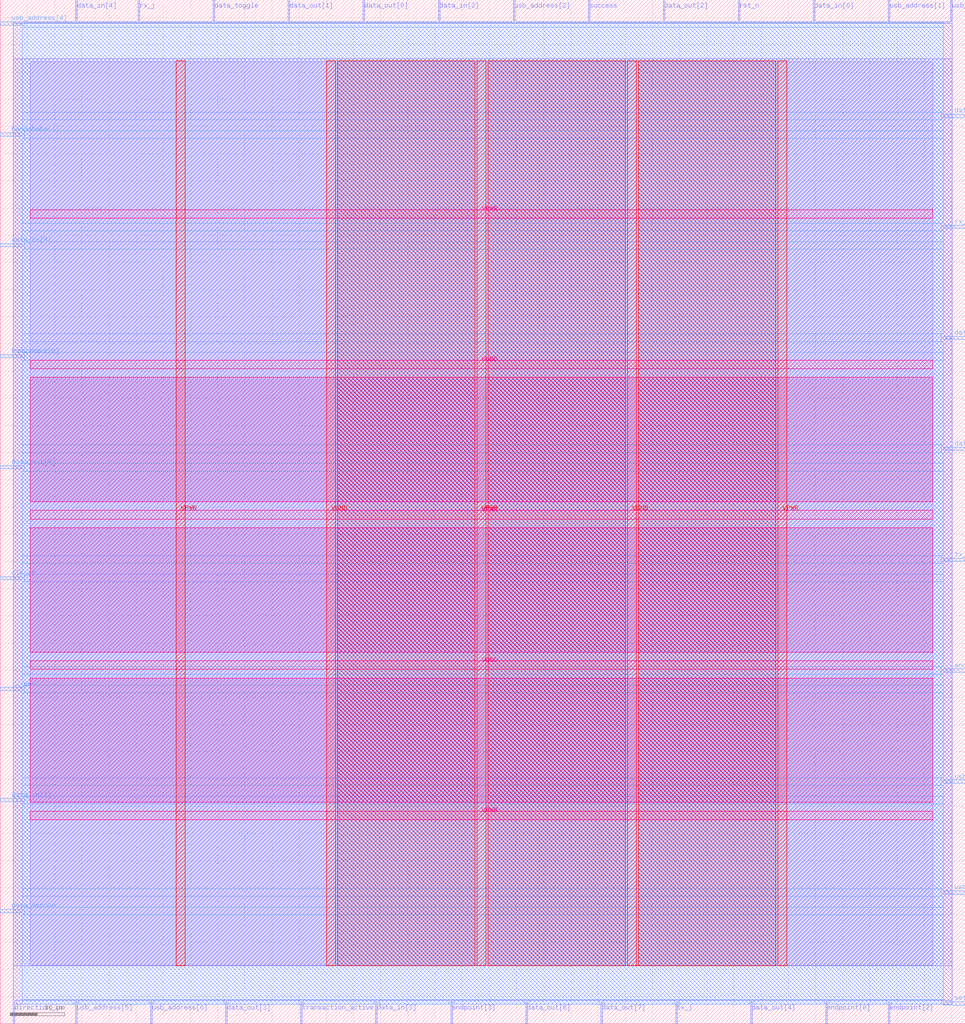
<source format=lef>
VERSION 5.7 ;
  NOWIREEXTENSIONATPIN ON ;
  DIVIDERCHAR "/" ;
  BUSBITCHARS "[]" ;
MACRO usb
  CLASS BLOCK ;
  FOREIGN usb ;
  ORIGIN 0.000 0.000 ;
  SIZE 177.545 BY 188.265 ;
  PIN clk_48
    DIRECTION INPUT ;
    USE SIGNAL ;
    PORT
      LAYER met3 ;
        RECT 0.000 81.640 4.000 82.240 ;
    END
  END clk_48
  PIN data_in[0]
    DIRECTION INPUT ;
    USE SIGNAL ;
    PORT
      LAYER met2 ;
        RECT 149.590 184.265 149.870 188.265 ;
    END
  END data_in[0]
  PIN data_in[1]
    DIRECTION INPUT ;
    USE SIGNAL ;
    PORT
      LAYER met3 ;
        RECT 0.000 40.840 4.000 41.440 ;
    END
  END data_in[1]
  PIN data_in[2]
    DIRECTION INPUT ;
    USE SIGNAL ;
    PORT
      LAYER met2 ;
        RECT 80.590 184.265 80.870 188.265 ;
    END
  END data_in[2]
  PIN data_in[3]
    DIRECTION INPUT ;
    USE SIGNAL ;
    PORT
      LAYER met2 ;
        RECT 69.090 0.000 69.370 4.000 ;
    END
  END data_in[3]
  PIN data_in[4]
    DIRECTION INPUT ;
    USE SIGNAL ;
    PORT
      LAYER met2 ;
        RECT 13.890 184.265 14.170 188.265 ;
    END
  END data_in[4]
  PIN data_in[5]
    DIRECTION INPUT ;
    USE SIGNAL ;
    PORT
      LAYER met3 ;
        RECT 173.545 166.640 177.545 167.240 ;
    END
  END data_in[5]
  PIN data_in[6]
    DIRECTION INPUT ;
    USE SIGNAL ;
    PORT
      LAYER met3 ;
        RECT 0.000 142.840 4.000 143.440 ;
    END
  END data_in[6]
  PIN data_in[7]
    DIRECTION INPUT ;
    USE SIGNAL ;
    PORT
      LAYER met3 ;
        RECT 173.545 105.440 177.545 106.040 ;
    END
  END data_in[7]
  PIN data_in_valid
    DIRECTION INPUT ;
    USE SIGNAL ;
    PORT
      LAYER met3 ;
        RECT 173.545 125.840 177.545 126.440 ;
    END
  END data_in_valid
  PIN data_out[0]
    DIRECTION OUTPUT TRISTATE ;
    USE SIGNAL ;
    PORT
      LAYER met2 ;
        RECT 66.790 184.265 67.070 188.265 ;
    END
  END data_out[0]
  PIN data_out[1]
    DIRECTION OUTPUT TRISTATE ;
    USE SIGNAL ;
    PORT
      LAYER met2 ;
        RECT 52.990 184.265 53.270 188.265 ;
    END
  END data_out[1]
  PIN data_out[2]
    DIRECTION OUTPUT TRISTATE ;
    USE SIGNAL ;
    PORT
      LAYER met2 ;
        RECT 121.990 184.265 122.270 188.265 ;
    END
  END data_out[2]
  PIN data_out[3]
    DIRECTION OUTPUT TRISTATE ;
    USE SIGNAL ;
    PORT
      LAYER met2 ;
        RECT 41.490 0.000 41.770 4.000 ;
    END
  END data_out[3]
  PIN data_out[4]
    DIRECTION OUTPUT TRISTATE ;
    USE SIGNAL ;
    PORT
      LAYER met2 ;
        RECT 138.090 0.000 138.370 4.000 ;
    END
  END data_out[4]
  PIN data_out[5]
    DIRECTION OUTPUT TRISTATE ;
    USE SIGNAL ;
    PORT
      LAYER met3 ;
        RECT 0.000 102.040 4.000 102.640 ;
    END
  END data_out[5]
  PIN data_out[6]
    DIRECTION OUTPUT TRISTATE ;
    USE SIGNAL ;
    PORT
      LAYER met2 ;
        RECT 96.690 0.000 96.970 4.000 ;
    END
  END data_out[6]
  PIN data_out[7]
    DIRECTION OUTPUT TRISTATE ;
    USE SIGNAL ;
    PORT
      LAYER met2 ;
        RECT 110.490 0.000 110.770 4.000 ;
    END
  END data_out[7]
  PIN data_strobe
    DIRECTION OUTPUT TRISTATE ;
    USE SIGNAL ;
    PORT
      LAYER met3 ;
        RECT 0.000 20.440 4.000 21.040 ;
    END
  END data_strobe
  PIN data_toggle
    DIRECTION INPUT ;
    USE SIGNAL ;
    PORT
      LAYER met2 ;
        RECT 39.190 184.265 39.470 188.265 ;
    END
  END data_toggle
  PIN direction_in
    DIRECTION OUTPUT TRISTATE ;
    USE SIGNAL ;
    PORT
      LAYER met2 ;
        RECT 2.390 0.000 2.670 4.000 ;
    END
  END direction_in
  PIN endpoint[0]
    DIRECTION OUTPUT TRISTATE ;
    USE SIGNAL ;
    PORT
      LAYER met2 ;
        RECT 151.890 0.000 152.170 4.000 ;
    END
  END endpoint[0]
  PIN endpoint[1]
    DIRECTION OUTPUT TRISTATE ;
    USE SIGNAL ;
    PORT
      LAYER met3 ;
        RECT 173.545 64.640 177.545 65.240 ;
    END
  END endpoint[1]
  PIN endpoint[2]
    DIRECTION OUTPUT TRISTATE ;
    USE SIGNAL ;
    PORT
      LAYER met2 ;
        RECT 163.390 0.000 163.670 4.000 ;
    END
  END endpoint[2]
  PIN endpoint[3]
    DIRECTION OUTPUT TRISTATE ;
    USE SIGNAL ;
    PORT
      LAYER met2 ;
        RECT 82.890 0.000 83.170 4.000 ;
    END
  END endpoint[3]
  PIN handshake[0]
    DIRECTION INPUT ;
    USE SIGNAL ;
    PORT
      LAYER met3 ;
        RECT 0.000 122.440 4.000 123.040 ;
    END
  END handshake[0]
  PIN handshake[1]
    DIRECTION INPUT ;
    USE SIGNAL ;
    PORT
      LAYER met3 ;
        RECT 0.000 163.240 4.000 163.840 ;
    END
  END handshake[1]
  PIN rst_n
    DIRECTION INPUT ;
    USE SIGNAL ;
    PORT
      LAYER met2 ;
        RECT 135.790 184.265 136.070 188.265 ;
    END
  END rst_n
  PIN rx_j
    DIRECTION INPUT ;
    USE SIGNAL ;
    PORT
      LAYER met2 ;
        RECT 25.390 184.265 25.670 188.265 ;
    END
  END rx_j
  PIN rx_se0
    DIRECTION INPUT ;
    USE SIGNAL ;
    PORT
      LAYER met3 ;
        RECT 173.545 146.240 177.545 146.840 ;
    END
  END rx_se0
  PIN setup
    DIRECTION OUTPUT TRISTATE ;
    USE SIGNAL ;
    PORT
      LAYER met3 ;
        RECT 173.545 3.440 177.545 4.040 ;
    END
  END setup
  PIN success
    DIRECTION OUTPUT TRISTATE ;
    USE SIGNAL ;
    PORT
      LAYER met2 ;
        RECT 108.190 184.265 108.470 188.265 ;
    END
  END success
  PIN transaction_active
    DIRECTION OUTPUT TRISTATE ;
    USE SIGNAL ;
    PORT
      LAYER met2 ;
        RECT 55.290 0.000 55.570 4.000 ;
    END
  END transaction_active
  PIN tx_en
    DIRECTION OUTPUT TRISTATE ;
    USE SIGNAL ;
    PORT
      LAYER met3 ;
        RECT 173.545 85.040 177.545 85.640 ;
    END
  END tx_en
  PIN tx_j
    DIRECTION OUTPUT TRISTATE ;
    USE SIGNAL ;
    PORT
      LAYER met2 ;
        RECT 124.290 0.000 124.570 4.000 ;
    END
  END tx_j
  PIN tx_se0
    DIRECTION OUTPUT TRISTATE ;
    USE SIGNAL ;
    PORT
      LAYER met3 ;
        RECT 0.000 61.240 4.000 61.840 ;
    END
  END tx_se0
  PIN usb_address[0]
    DIRECTION INPUT ;
    USE SIGNAL ;
    PORT
      LAYER met2 ;
        RECT 27.690 0.000 27.970 4.000 ;
    END
  END usb_address[0]
  PIN usb_address[1]
    DIRECTION INPUT ;
    USE SIGNAL ;
    PORT
      LAYER met2 ;
        RECT 163.390 184.265 163.670 188.265 ;
    END
  END usb_address[1]
  PIN usb_address[2]
    DIRECTION INPUT ;
    USE SIGNAL ;
    PORT
      LAYER met2 ;
        RECT 94.390 184.265 94.670 188.265 ;
    END
  END usb_address[2]
  PIN usb_address[3]
    DIRECTION INPUT ;
    USE SIGNAL ;
    PORT
      LAYER met3 ;
        RECT 173.545 44.240 177.545 44.840 ;
    END
  END usb_address[3]
  PIN usb_address[4]
    DIRECTION INPUT ;
    USE SIGNAL ;
    PORT
      LAYER met3 ;
        RECT 0.000 183.640 4.000 184.240 ;
    END
  END usb_address[4]
  PIN usb_address[5]
    DIRECTION INPUT ;
    USE SIGNAL ;
    PORT
      LAYER met2 ;
        RECT 13.890 0.000 14.170 4.000 ;
    END
  END usb_address[5]
  PIN usb_address[6]
    DIRECTION INPUT ;
    USE SIGNAL ;
    PORT
      LAYER met2 ;
        RECT 174.890 184.265 175.170 188.265 ;
    END
  END usb_address[6]
  PIN usb_rst
    DIRECTION OUTPUT TRISTATE ;
    USE SIGNAL ;
    PORT
      LAYER met3 ;
        RECT 173.545 23.840 177.545 24.440 ;
    END
  END usb_rst
  PIN VPWR
    DIRECTION INOUT ;
    USE POWER ;
    PORT
      LAYER met4 ;
        RECT 143.105 10.640 144.705 177.040 ;
    END
  END VPWR
  PIN VPWR
    DIRECTION INOUT ;
    USE POWER ;
    PORT
      LAYER met4 ;
        RECT 87.750 10.640 89.350 177.040 ;
    END
  END VPWR
  PIN VPWR
    DIRECTION INOUT ;
    USE POWER ;
    PORT
      LAYER met4 ;
        RECT 32.395 10.640 33.995 177.040 ;
    END
  END VPWR
  PIN VPWR
    DIRECTION INOUT ;
    USE POWER ;
    PORT
      LAYER met5 ;
        RECT 5.520 148.105 171.580 149.705 ;
    END
  END VPWR
  PIN VPWR
    DIRECTION INOUT ;
    USE POWER ;
    PORT
      LAYER met5 ;
        RECT 5.520 92.800 171.580 94.400 ;
    END
  END VPWR
  PIN VPWR
    DIRECTION INOUT ;
    USE POWER ;
    PORT
      LAYER met5 ;
        RECT 5.520 37.495 171.580 39.095 ;
    END
  END VPWR
  PIN VGND
    DIRECTION INOUT ;
    USE GROUND ;
    PORT
      LAYER met4 ;
        RECT 115.425 10.640 117.025 177.040 ;
    END
  END VGND
  PIN VGND
    DIRECTION INOUT ;
    USE GROUND ;
    PORT
      LAYER met4 ;
        RECT 60.075 10.640 61.675 177.040 ;
    END
  END VGND
  PIN VGND
    DIRECTION INOUT ;
    USE GROUND ;
    PORT
      LAYER met5 ;
        RECT 5.520 120.455 171.580 122.055 ;
    END
  END VGND
  PIN VGND
    DIRECTION INOUT ;
    USE GROUND ;
    PORT
      LAYER met5 ;
        RECT 5.520 65.145 171.580 66.745 ;
    END
  END VGND
  OBS
      LAYER li1 ;
        RECT 5.520 10.795 171.580 176.885 ;
      LAYER met1 ;
        RECT 2.370 10.640 175.190 177.440 ;
      LAYER met2 ;
        RECT 2.400 183.985 13.610 184.265 ;
        RECT 14.450 183.985 25.110 184.265 ;
        RECT 25.950 183.985 38.910 184.265 ;
        RECT 39.750 183.985 52.710 184.265 ;
        RECT 53.550 183.985 66.510 184.265 ;
        RECT 67.350 183.985 80.310 184.265 ;
        RECT 81.150 183.985 94.110 184.265 ;
        RECT 94.950 183.985 107.910 184.265 ;
        RECT 108.750 183.985 121.710 184.265 ;
        RECT 122.550 183.985 135.510 184.265 ;
        RECT 136.350 183.985 149.310 184.265 ;
        RECT 150.150 183.985 163.110 184.265 ;
        RECT 163.950 183.985 174.610 184.265 ;
        RECT 2.400 4.280 175.160 183.985 ;
        RECT 2.950 3.555 13.610 4.280 ;
        RECT 14.450 3.555 27.410 4.280 ;
        RECT 28.250 3.555 41.210 4.280 ;
        RECT 42.050 3.555 55.010 4.280 ;
        RECT 55.850 3.555 68.810 4.280 ;
        RECT 69.650 3.555 82.610 4.280 ;
        RECT 83.450 3.555 96.410 4.280 ;
        RECT 97.250 3.555 110.210 4.280 ;
        RECT 111.050 3.555 124.010 4.280 ;
        RECT 124.850 3.555 137.810 4.280 ;
        RECT 138.650 3.555 151.610 4.280 ;
        RECT 152.450 3.555 163.110 4.280 ;
        RECT 163.950 3.555 175.160 4.280 ;
      LAYER met3 ;
        RECT 4.400 183.240 173.545 184.105 ;
        RECT 4.000 167.640 173.545 183.240 ;
        RECT 4.000 166.240 173.145 167.640 ;
        RECT 4.000 164.240 173.545 166.240 ;
        RECT 4.400 162.840 173.545 164.240 ;
        RECT 4.000 147.240 173.545 162.840 ;
        RECT 4.000 145.840 173.145 147.240 ;
        RECT 4.000 143.840 173.545 145.840 ;
        RECT 4.400 142.440 173.545 143.840 ;
        RECT 4.000 126.840 173.545 142.440 ;
        RECT 4.000 125.440 173.145 126.840 ;
        RECT 4.000 123.440 173.545 125.440 ;
        RECT 4.400 122.040 173.545 123.440 ;
        RECT 4.000 106.440 173.545 122.040 ;
        RECT 4.000 105.040 173.145 106.440 ;
        RECT 4.000 103.040 173.545 105.040 ;
        RECT 4.400 101.640 173.545 103.040 ;
        RECT 4.000 86.040 173.545 101.640 ;
        RECT 4.000 84.640 173.145 86.040 ;
        RECT 4.000 82.640 173.545 84.640 ;
        RECT 4.400 81.240 173.545 82.640 ;
        RECT 4.000 65.640 173.545 81.240 ;
        RECT 4.000 64.240 173.145 65.640 ;
        RECT 4.000 62.240 173.545 64.240 ;
        RECT 4.400 60.840 173.545 62.240 ;
        RECT 4.000 45.240 173.545 60.840 ;
        RECT 4.000 43.840 173.145 45.240 ;
        RECT 4.000 41.840 173.545 43.840 ;
        RECT 4.400 40.440 173.545 41.840 ;
        RECT 4.000 24.840 173.545 40.440 ;
        RECT 4.000 23.440 173.145 24.840 ;
        RECT 4.000 21.440 173.545 23.440 ;
        RECT 4.400 20.040 173.545 21.440 ;
        RECT 4.000 4.440 173.545 20.040 ;
        RECT 4.000 3.575 173.145 4.440 ;
      LAYER met4 ;
        RECT 62.075 10.640 87.350 177.040 ;
        RECT 89.750 10.640 115.025 177.040 ;
        RECT 117.425 10.640 142.705 177.040 ;
      LAYER met5 ;
        RECT 5.520 96.000 171.580 118.855 ;
        RECT 5.520 68.345 171.580 91.200 ;
        RECT 5.520 40.695 171.580 63.545 ;
  END
END usb
END LIBRARY


</source>
